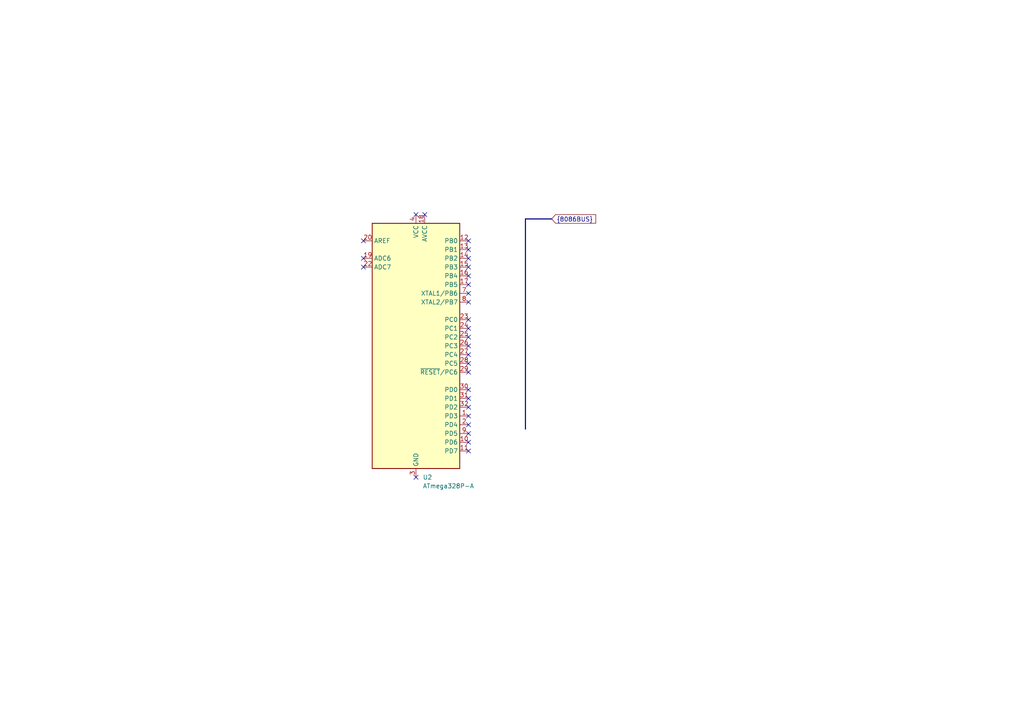
<source format=kicad_sch>
(kicad_sch (version 20230121) (generator eeschema)
  (paper "A4")
  (lib_symbols
    (symbol "MCU_Microchip_ATmega:ATmega328P-A"
      (property "Reference" "U" (at -12.7 36.83 0))
      (property "Value" "ATmega328P-A" (at 2.54 -36.83 0))
      (symbol "ATmega328P-A_0_1"
        (rectangle (start -12.7 -35.56) (end 12.7 35.56) (stroke (width 0.254)) (fill (type background)))
      )
      (symbol "ATmega328P-A_1_1"
        (pin bidirectional line (at 15.24 -20.32 180) (length 2.54) (name "PD3") (number "1"))
        (pin bidirectional line (at 15.24 -27.94 180) (length 2.54) (name "PD6") (number "10"))
        (pin bidirectional line (at 15.24 -30.48 180) (length 2.54) (name "PD7") (number "11"))
        (pin bidirectional line (at 15.24 30.48 180) (length 2.54) (name "PB0") (number "12"))
        (pin bidirectional line (at 15.24 27.94 180) (length 2.54) (name "PB1") (number "13"))
        (pin bidirectional line (at 15.24 25.4 180) (length 2.54) (name "PB2") (number "14"))
        (pin bidirectional line (at 15.24 22.86 180) (length 2.54) (name "PB3") (number "15"))
        (pin bidirectional line (at 15.24 20.32 180) (length 2.54) (name "PB4") (number "16"))
        (pin bidirectional line (at 15.24 17.78 180) (length 2.54) (name "PB5") (number "17"))
        (pin power_in line (at 2.54 38.1 270) (length 2.54) (name "AVCC") (number "18"))
        (pin input line (at -15.24 25.4 0) (length 2.54) (name "ADC6") (number "19"))
        (pin bidirectional line (at 15.24 -22.86 180) (length 2.54) (name "PD4") (number "2"))
        (pin passive line (at -15.24 30.48 0) (length 2.54) (name "AREF") (number "20"))
        (pin passive line (at 0 -38.1 90) (length 2.54) hide (name "GND") (number "21"))
        (pin input line (at -15.24 22.86 0) (length 2.54) (name "ADC7") (number "22"))
        (pin bidirectional line (at 15.24 7.62 180) (length 2.54) (name "PC0") (number "23"))
        (pin bidirectional line (at 15.24 5.08 180) (length 2.54) (name "PC1") (number "24"))
        (pin bidirectional line (at 15.24 2.54 180) (length 2.54) (name "PC2") (number "25"))
        (pin bidirectional line (at 15.24 0 180) (length 2.54) (name "PC3") (number "26"))
        (pin bidirectional line (at 15.24 -2.54 180) (length 2.54) (name "PC4") (number "27"))
        (pin bidirectional line (at 15.24 -5.08 180) (length 2.54) (name "PC5") (number "28"))
        (pin bidirectional line (at 15.24 -7.62 180) (length 2.54) (name "~{RESET}/PC6") (number "29"))
        (pin power_in line (at 0 -38.1 90) (length 2.54) (name "GND") (number "3"))
        (pin bidirectional line (at 15.24 -12.7 180) (length 2.54) (name "PD0") (number "30"))
        (pin bidirectional line (at 15.24 -15.24 180) (length 2.54) (name "PD1") (number "31"))
        (pin bidirectional line (at 15.24 -17.78 180) (length 2.54) (name "PD2") (number "32"))
        (pin power_in line (at 0 38.1 270) (length 2.54) (name "VCC") (number "4"))
        (pin passive line (at 0 -38.1 90) (length 2.54) hide (name "GND") (number "5"))
        (pin passive line (at 0 38.1 270) (length 2.54) hide (name "VCC") (number "6"))
        (pin bidirectional line (at 15.24 15.24 180) (length 2.54) (name "XTAL1/PB6") (number "7"))
        (pin bidirectional line (at 15.24 12.7 180) (length 2.54) (name "XTAL2/PB7") (number "8"))
        (pin bidirectional line (at 15.24 -25.4 180) (length 2.54) (name "PD5") (number "9"))
      )
    )
  )
  (no_connect (at 135.89 105.41))
  (no_connect (at 135.89 102.87))
  (no_connect (at 135.89 125.73))
  (no_connect (at 135.89 97.79))
  (no_connect (at 135.89 118.11))
  (no_connect (at 135.89 77.47))
  (no_connect (at 135.89 82.55))
  (no_connect (at 123.19 62.23))
  (no_connect (at 120.65 138.43))
  (no_connect (at 135.89 100.33))
  (no_connect (at 135.89 92.71))
  (no_connect (at 105.41 77.47))
  (no_connect (at 135.89 115.57))
  (no_connect (at 105.41 74.93))
  (no_connect (at 135.89 113.03))
  (no_connect (at 135.89 130.81))
  (no_connect (at 135.89 72.39))
  (no_connect (at 135.89 123.19))
  (no_connect (at 105.41 69.85))
  (no_connect (at 135.89 120.65))
  (no_connect (at 135.89 80.01))
  (no_connect (at 135.89 107.95))
  (no_connect (at 135.89 128.27))
  (no_connect (at 135.89 87.63))
  (no_connect (at 135.89 85.09))
  (no_connect (at 135.89 95.25))
  (no_connect (at 120.65 62.23))
  (no_connect (at 135.89 69.85))
  (no_connect (at 135.89 74.93))
  (bus (pts (xy 152.4 63.5) (xy 152.4 124.46)))
  (bus (pts (xy 160.02 63.5) (xy 152.4 63.5)))
  (global_label "{8086BUS}" (shape input) (at 160.02 63.5 0) (property "Intersheetrefs" "${INTERSHEET_REFS}" (effects hide)))
  (symbol (lib_id "MCU_Microchip_ATmega:ATmega328P-A") (at 120.65 100.33 0) (unit 1)
    (property "Reference" "U2" (at 122.6059 138.43 0) (effects (justify left)))
    (property "Value" "ATmega328P-A" (at 122.6059 140.97 0) (effects (justify left)))
    (property "Footprint" "Package_QFP:TQFP-32_7x7mm_P0.8mm" (effects hide))
    (property "Datasheet" "http://ww1.microchip.com/downloads/en/DeviceDoc/ATmega328_P%20AVR%20MCU%20with%20picoPower%20Technology%20Data%20Sheet%2040001984A.pdf" (effects hide))
  )
)
</source>
